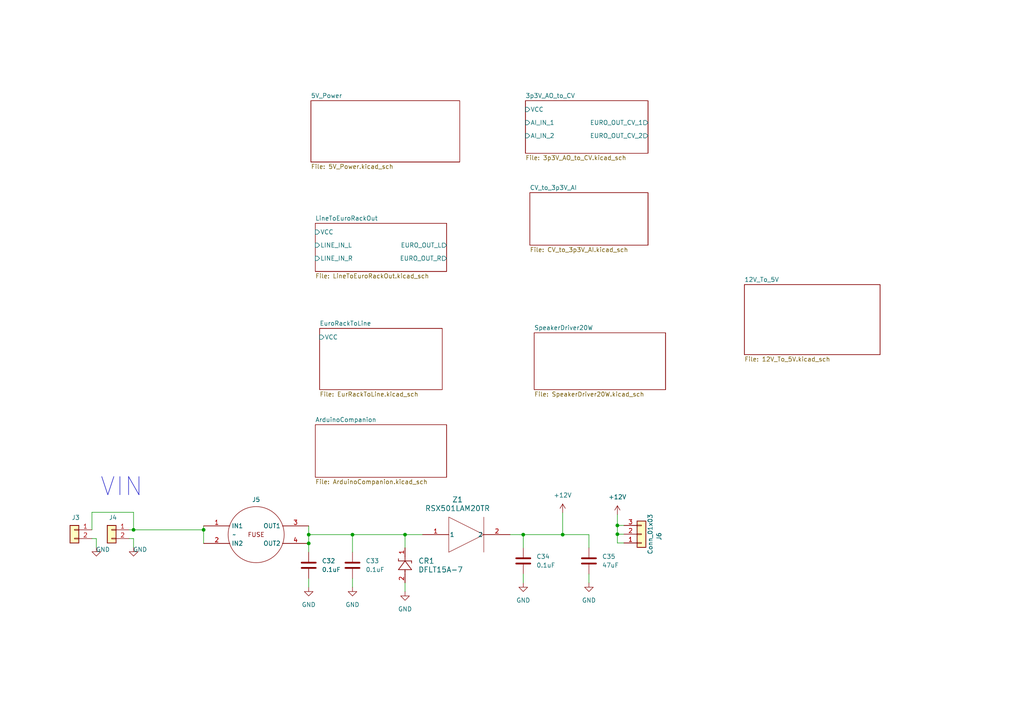
<source format=kicad_sch>
(kicad_sch (version 20230121) (generator eeschema)
  (paper "A4")
  (lib_symbols
    (symbol "2023-10-01_23-34-18:RSX501LAM20TR" (pin_names (offset 0.254))
      (property "Reference" "R56" (at 20.32 10.16 0))
      (property "Value" "RSX501LAM20TR" (at 20.32 7.62 0))
      (symbol "RSX501LAM20TR_0_1"
        (polyline (pts (xy 7.62 -5.08) (xy 17.78 0)) (stroke (width 0.127)))
        (polyline (pts (xy 7.62 5.08) (xy 7.62 -5.08)) (stroke (width 0.127)))
        (polyline (pts (xy 17.78 -5.08) (xy 17.78 5.08)) (stroke (width 0.127)))
        (polyline (pts (xy 17.78 0) (xy 7.62 5.08)) (stroke (width 0.127)))
        (pin unspecified line (at 0 0 0) (length 7.62) (name "1") (number "1"))
        (pin unspecified line (at 25.4 0 180) (length 7.62) (name "2") (number "2"))
      )
    )
    (symbol "2023-10-02_00-55-35:DFLT15A-7" (pin_names (offset 0.254))
      (property "Reference" "CR" (at 5.08 4.445 0))
      (property "Value" "DFLT15A-7" (at 5.08 -3.81 0))
      (symbol "DFLT15A-7_0_1"
        (polyline (pts (xy 2.54 0) (xy 3.4798 0)) (stroke (width 0.2032)))
        (polyline (pts (xy 3.175 0) (xy 3.81 0)) (stroke (width 0.2032)))
        (polyline (pts (xy 3.81 -1.905) (xy 6.35 0)) (stroke (width 0.2032)))
        (polyline (pts (xy 3.81 1.905) (xy 3.81 -1.905)) (stroke (width 0.2032)))
        (polyline (pts (xy 6.35 -1.905) (xy 5.715 -1.905)) (stroke (width 0.2032)))
        (polyline (pts (xy 6.35 -1.905) (xy 6.35 1.905)) (stroke (width 0.2032)))
        (polyline (pts (xy 6.35 0) (xy 3.81 1.905)) (stroke (width 0.2032)))
        (polyline (pts (xy 6.35 0) (xy 7.62 0)) (stroke (width 0.2032)))
        (polyline (pts (xy 6.35 1.905) (xy 6.985 1.905)) (stroke (width 0.2032)))
        (pin unspecified line (at 10.16 0 180) (length 2.54) (name "") (number "1"))
        (pin unspecified line (at 0 0 0) (length 2.54) (name "") (number "2"))
      )
    )
    (symbol "4ms_Connector:Conn_01x02" (pin_names (offset 1.016) hide)
      (property "Reference" "J" (at 0 2.54 0))
      (property "Value" "Conn_01x02" (at 0 -5.08 0))
      (symbol "Conn_01x02_1_1"
        (rectangle (start -1.27 -2.413) (end 0 -2.667) (stroke (width 0.1524)))
        (rectangle (start -1.27 0.127) (end 0 -0.127) (stroke (width 0.1524)))
        (rectangle (start -1.27 1.27) (end 1.27 -3.81) (stroke (width 0.254)) (fill (type background)))
        (pin passive line (at -5.08 0 0) (length 3.81) (name "Pin_1") (number "1"))
        (pin passive line (at -5.08 -2.54 0) (length 3.81) (name "Pin_2") (number "2"))
      )
    )
    (symbol "4ms_Connector:Conn_01x03" (pin_names (offset 1.016) hide)
      (property "Reference" "J" (at 0 5.08 0))
      (property "Value" "Conn_01x03" (at 0 -5.08 0))
      (symbol "Conn_01x03_1_1"
        (rectangle (start -1.27 -2.413) (end 0 -2.667) (stroke (width 0.1524)))
        (rectangle (start -1.27 0.127) (end 0 -0.127) (stroke (width 0.1524)))
        (rectangle (start -1.27 2.667) (end 0 2.413) (stroke (width 0.1524)))
        (rectangle (start -1.27 3.81) (end 1.27 -3.81) (stroke (width 0.254)) (fill (type background)))
        (pin passive line (at -5.08 2.54 0) (length 3.81) (name "Pin_1") (number "1"))
        (pin passive line (at -5.08 0 0) (length 3.81) (name "Pin_2") (number "2"))
        (pin passive line (at -5.08 -2.54 0) (length 3.81) (name "Pin_3") (number "3"))
      )
    )
    (symbol "4ms_Power-symbol:+12V" (power) (pin_names (offset 0))
      (property "Value" "+12V" (at 0 3.556 0))
      (symbol "+12V_0_1"
        (polyline (pts (xy -0.762 1.27) (xy 0 2.54)))
        (polyline (pts (xy 0 0) (xy 0 2.54)))
        (polyline (pts (xy 0 2.54) (xy 0.762 1.27)))
      )
      (symbol "+12V_1_1"
        (pin power_in line (at 0 0 90) (length 0) hide (name "+12V") (number "1"))
      )
    )
    (symbol "Device:C" (pin_numbers hide) (pin_names (offset 0.254))
      (property "Reference" "C" (at 0.635 2.54 0))
      (property "Value" "C" (at 0.635 -2.54 0))
      (symbol "C_0_1"
        (polyline (pts (xy -2.032 -0.762) (xy 2.032 -0.762)) (stroke (width 0.508)))
        (polyline (pts (xy -2.032 0.762) (xy 2.032 0.762)) (stroke (width 0.508)))
      )
      (symbol "C_1_1"
        (pin passive line (at 0 3.81 270) (length 2.794) (name "~") (number "1"))
        (pin passive line (at 0 -3.81 90) (length 2.794) (name "~") (number "2"))
      )
    )
    (symbol "Ultralibrarian_modified_symbols:BladeFuseHolder"
      (property "Reference" "J" (at 0 0 0))
      (symbol "BladeFuseHolder_0_1"
        (circle (center 6.35 0) (radius 8.132))
      )
      (symbol "BladeFuseHolder_1_1"
        (text "FUSE" (at 6.35 0 0) (effects (font (size 1.27 1.27))))
        (pin bidirectional line (at -8.89 2.54 0) (length 7.62) (name "IN1") (number "1"))
        (pin bidirectional line (at -8.89 -2.54 0) (length 7.62) (name "IN2") (number "2"))
        (pin bidirectional line (at 21.59 2.54 180) (length 7.62) (name "OUT1") (number "3"))
        (pin bidirectional line (at 21.59 -2.54 180) (length 7.62) (name "OUT2") (number "4"))
      )
    )
    (symbol "power:GND" (power) (pin_names (offset 0))
      (property "Value" "GND" (at 0 -3.81 0))
      (symbol "GND_0_1"
        (polyline (pts (xy 0 0) (xy 0 -1.27) (xy 1.27 -1.27) (xy 0 -2.54) (xy -1.27 -1.27) (xy 0 -1.27)))
      )
      (symbol "GND_1_1"
        (pin power_in line (at 0 0 270) (length 0) hide (name "GND") (number "1"))
      )
    )
  )
  (junction (at 38.735 153.67))
  (junction (at 102.235 155.067))
  (junction (at 179.07 152.4))
  (junction (at 59.055 153.67))
  (junction (at 151.765 155.067))
  (junction (at 89.535 157.607))
  (junction (at 163.195 155.067))
  (junction (at 179.07 154.94))
  (junction (at 117.475 155.067))
  (junction (at 89.535 155.067))
  (wire (pts (xy 38.735 153.67) (xy 59.055 153.67)))
  (wire (pts (xy 26.67 153.67) (xy 26.67 148.59)))
  (wire (pts (xy 102.235 167.767) (xy 102.235 170.307)))
  (wire (pts (xy 89.535 155.067) (xy 89.535 157.607)))
  (wire (pts (xy 117.475 169.037) (xy 117.475 171.577)))
  (wire (pts (xy 163.195 155.067) (xy 170.815 155.067)))
  (wire (pts (xy 37.465 153.67) (xy 38.735 153.67)))
  (wire (pts (xy 27.94 156.21) (xy 27.94 158.75)))
  (wire (pts (xy 179.07 152.4) (xy 179.07 154.94)))
  (wire (pts (xy 27.94 156.21) (xy 26.67 156.21)))
  (wire (pts (xy 179.07 154.94) (xy 180.975 154.94)))
  (wire (pts (xy 89.535 152.527) (xy 89.535 155.067)))
  (wire (pts (xy 179.07 154.94) (xy 179.07 157.48)))
  (wire (pts (xy 59.055 153.67) (xy 59.055 157.607)))
  (wire (pts (xy 147.955 155.067) (xy 151.765 155.067)))
  (wire (pts (xy 26.67 148.59) (xy 38.735 148.59)))
  (wire (pts (xy 151.765 155.067) (xy 151.765 158.877)))
  (wire (pts (xy 122.555 155.067) (xy 117.475 155.067)))
  (wire (pts (xy 170.815 166.497) (xy 170.815 169.037)))
  (wire (pts (xy 151.765 166.497) (xy 151.765 169.037)))
  (wire (pts (xy 38.735 156.21) (xy 37.465 156.21)))
  (wire (pts (xy 117.475 155.067) (xy 102.235 155.067)))
  (wire (pts (xy 38.735 148.59) (xy 38.735 153.67)))
  (wire (pts (xy 38.735 156.21) (xy 38.735 158.75)))
  (wire (pts (xy 151.765 155.067) (xy 163.195 155.067)))
  (wire (pts (xy 59.055 152.527) (xy 59.055 153.67)))
  (wire (pts (xy 179.07 152.4) (xy 180.975 152.4)))
  (wire (pts (xy 89.535 155.067) (xy 102.235 155.067)))
  (wire (pts (xy 102.235 155.067) (xy 102.235 160.147)))
  (wire (pts (xy 179.07 157.48) (xy 180.975 157.48)))
  (wire (pts (xy 163.195 148.717) (xy 163.195 155.067)))
  (wire (pts (xy 117.475 155.067) (xy 117.475 158.877)))
  (wire (pts (xy 179.07 149.225) (xy 179.07 152.4)))
  (wire (pts (xy 89.535 157.607) (xy 89.535 160.147)))
  (wire (pts (xy 170.815 155.067) (xy 170.815 158.877)))
  (wire (pts (xy 89.535 167.767) (xy 89.535 170.307)))
  (text "VIN" (at 41.656 144.399 0) (effects (font (size 5.27 5.27)) (justify right bottom)))
  (symbol (lib_id "Device:C") (at 170.815 162.687 0) (unit 1)
    (property "Reference" "C35" (at 174.625 161.417 0) (effects (justify left)))
    (property "Value" "47uF" (at 174.625 163.957 0) (effects (justify left)))
    (property "Footprint" "Capacitor_SMD:C_0805_2012Metric" (effects hide))
  )
  (symbol (lib_id "power:GND") (at 38.735 158.75 0) (unit 1)
    (property "Reference" "#PWR043" (effects hide))
    (property "Value" "GND" (at 40.64 159.385 0))
  )
  (symbol (lib_id "4ms_Connector:Conn_01x02") (at 32.385 153.67 0) (mirror y) (unit 1)
    (property "Reference" "J4" (at 32.766 150.114 0))
    (property "Value" "Conn_01x02" (effects hide))
    (property "Footprint" "1x2FemaleVertical:PinHeader_1x02_P2.54mm_VerticalFemale" (effects hide))
    (property "Specifications" "Pins_01x02, Header, Male Pins, 1*2, spacing 2.54mm, straight pin" (effects hide))
    (property "Manufacturer" "TAD" (effects hide))
    (property "Part Number" "1-0201FBV0T" (effects hide))
  )
  (symbol (lib_id "4ms_Power-symbol:+12V") (at 163.195 148.717 0) (unit 1)
    (property "Reference" "#PWR048" (effects hide))
    (property "Value" "+12V" (at 163.195 143.637 0))
  )
  (symbol (lib_id "power:GND") (at 151.765 169.037 0) (unit 1)
    (property "Reference" "#PWR047" (effects hide))
    (property "Value" "GND" (at 151.765 174.117 0))
  )
  (symbol (lib_id "4ms_Connector:Conn_01x03") (at 186.055 154.94 0) (mirror x) (unit 1)
    (property "Reference" "J6" (at 191.135 155.575 90))
    (property "Value" "Conn_01x03" (at 188.595 154.94 90))
    (property "Footprint" "Ultralibrarian:PinHeader_1x03_P2.54mm_Vertical_Female" (effects hide))
    (property "Specifications" "HEADER 1x3 MALE PINS 0.100” 180deg" (effects hide))
    (property "Manufacturer" "TAD" (effects hide))
    (property "Part Number" "1-0301FBV0T" (effects hide))
  )
  (symbol (lib_id "power:GND") (at 117.475 171.577 0) (unit 1)
    (property "Reference" "#PWR046" (effects hide))
    (property "Value" "GND" (at 117.475 176.657 0))
  )
  (symbol (lib_id "power:GND") (at 170.815 169.037 0) (unit 1)
    (property "Reference" "#PWR049" (effects hide))
    (property "Value" "GND" (at 170.815 174.117 0))
  )
  (symbol (lib_id "4ms_Power-symbol:+12V") (at 179.07 149.225 0) (unit 1)
    (property "Reference" "#PWR050" (effects hide))
    (property "Value" "+12V" (at 179.07 144.145 0))
  )
  (symbol (lib_id "2023-10-02_00-55-35:DFLT15A-7") (at 117.475 169.037 90) (unit 1)
    (property "Reference" "CR1" (at 121.285 162.687 90) (effects (font (size 1.524 1.524)) (justify right)))
    (property "Value" "DFLT15A-7" (at 121.285 165.227 90) (effects (font (size 1.524 1.524)) (justify right)))
    (property "Footprint" "ZDO_POWERDI123_DIO" (effects hide))
    (property "Datasheet" "DFLT15A-7" (effects hide))
  )
  (symbol (lib_id "Ultralibrarian_modified_symbols:BladeFuseHolder") (at 67.945 155.067 0) (unit 1)
    (property "Reference" "J5" (at 74.295 144.907 0))
    (property "Value" "~" (at 67.945 155.067 0))
    (property "Footprint" "Ultralibrarian:BladeFuseHolder" (effects hide))
  )
  (symbol (lib_id "4ms_Connector:Conn_01x02") (at 21.59 153.67 0) (mirror y) (unit 1)
    (property "Reference" "J3" (at 21.971 150.114 0))
    (property "Value" "Conn_01x02" (effects hide))
    (property "Footprint" "1x2FemaleVertical:PinHeader_1x02_P2.54mm_VerticalFemale" (effects hide))
    (property "Specifications" "Pins_01x02, Header, Male Pins, 1*2, spacing 2.54mm, straight pin" (effects hide))
    (property "Manufacturer" "TAD" (effects hide))
    (property "Part Number" "1-0201FBV0T" (effects hide))
  )
  (symbol (lib_id "Device:C") (at 102.235 163.957 0) (unit 1)
    (property "Reference" "C33" (at 106.045 162.687 0) (effects (justify left)))
    (property "Value" "0.1uF" (at 106.045 165.227 0) (effects (justify left)))
    (property "Footprint" "Capacitor_SMD:C_0402_1005Metric" (effects hide))
  )
  (symbol (lib_id "power:GND") (at 89.535 170.307 0) (unit 1)
    (property "Reference" "#PWR044" (effects hide))
    (property "Value" "GND" (at 89.535 175.387 0))
  )
  (symbol (lib_id "power:GND") (at 27.94 158.75 0) (unit 1)
    (property "Reference" "#PWR042" (effects hide))
    (property "Value" "GND" (at 29.845 159.385 0))
  )
  (symbol (lib_id "2023-10-01_23-34-18:RSX501LAM20TR") (at 122.555 155.067 0) (unit 1)
    (property "Reference" "Z1" (at 132.715 144.907 0) (effects (font (size 1.524 1.524))))
    (property "Value" "RSX501LAM20TR" (at 132.715 147.447 0) (effects (font (size 1.524 1.524))))
    (property "Footprint" "DIO_RB050LAM_ROM" (effects hide))
    (property "Datasheet" "RSX501LAM20TR" (effects hide))
  )
  (symbol (lib_id "Device:C") (at 89.535 163.957 0) (unit 1)
    (property "Reference" "C32" (at 93.345 162.687 0) (effects (justify left)))
    (property "Value" "0.1uF" (at 93.345 165.227 0) (effects (justify left)))
    (property "Footprint" "Capacitor_SMD:C_0402_1005Metric" (effects hide))
  )
  (symbol (lib_id "power:GND") (at 102.235 170.307 0) (unit 1)
    (property "Reference" "#PWR045" (effects hide))
    (property "Value" "GND" (at 102.235 175.387 0))
  )
  (symbol (lib_id "Device:C") (at 151.765 162.687 0) (unit 1)
    (property "Reference" "C34" (at 155.575 161.417 0) (effects (justify left)))
    (property "Value" "0.1uF" (at 155.575 163.957 0) (effects (justify left)))
    (property "Footprint" "Capacitor_SMD:C_0402_1005Metric" (effects hide))
  )
  (sheet (at 154.94 96.52) (size 38.1 16.51) (stroke (width 0.1524))
    (property "Sheetname" "SpeakerDriver20W" (at 154.94 95.8084 0) (effects (justify left bottom)))
    (property "Sheetfile" "SpeakerDriver20W.kicad_sch" (at 154.94 113.6146 0) (effects (justify left top)))
  )
  (sheet (at 91.44 64.77) (size 38.1 13.97) (stroke (width 0.1524))
    (property "Sheetname" "LineToEuroRackOut" (at 91.44 64.0584 0) (effects (justify left bottom)))
    (property "Sheetfile" "LineToEuroRackOut.kicad_sch" (at 91.44 79.3246 0) (effects (justify left top)))
    (pin "VCC" input (at 91.44 67.31 180))
    (pin "EURO_OUT_R" output (at 129.54 74.93 0))
    (pin "LINE_IN_L" input (at 91.44 71.12 180))
    (pin "LINE_IN_R" input (at 91.44 74.93 180))
    (pin "EURO_OUT_L" output (at 129.54 71.12 0))
  )
  (sheet (at 153.67 55.88) (size 34.29 15.24) (stroke (width 0.1524))
    (property "Sheetname" "CV_to_3p3V_AI" (at 153.67 55.1684 0) (effects (justify left bottom)))
    (property "Sheetfile" "CV_to_3p3V_AI.kicad_sch" (at 153.67 71.7046 0) (effects (justify left top)))
  )
  (sheet (at 152.4 29.21) (size 35.56 15.24) (stroke (width 0.1524))
    (property "Sheetname" "3p3V_AO_to_CV" (at 152.4 28.4984 0) (effects (justify left bottom)))
    (property "Sheetfile" "3p3V_AO_to_CV.kicad_sch" (at 152.4 45.0346 0) (effects (justify left top)))
    (pin "EURO_OUT_CV_1" output (at 187.96 35.56 0))
    (pin "EURO_OUT_CV_2" output (at 187.96 39.37 0))
    (pin "VCC" input (at 152.4 31.75 180))
    (pin "AI_IN_1" input (at 152.4 35.56 180))
    (pin "AI_IN_2" input (at 152.4 39.37 180))
  )
  (sheet (at 92.71 95.25) (size 35.56 17.78) (stroke (width 0.1524))
    (property "Sheetname" "EuroRackToLine" (at 92.71 94.5384 0) (effects (justify left bottom)))
    (property "Sheetfile" "EurRackToLine.kicad_sch" (at 92.71 113.6146 0) (effects (justify left top)))
    (pin "VCC" input (at 92.71 97.79 180))
  )
  (sheet (at 90.17 29.21) (size 43.18 17.78) (stroke (width 0.1524))
    (property "Sheetname" "5V_Power" (at 90.17 28.4984 0) (effects (justify left bottom)))
    (property "Sheetfile" "5V_Power.kicad_sch" (at 90.17 47.5746 0) (effects (justify left top)))
  )
  (sheet (at 91.44 123.19) (size 38.1 15.24) (stroke (width 0.1524))
    (property "Sheetname" "ArduinoCompanion" (at 91.44 122.4784 0) (effects (justify left bottom)))
    (property "Sheetfile" "ArduinoCompanion.kicad_sch" (at 91.44 139.0146 0) (effects (justify left top)))
  )
  (sheet (at 215.9 82.55) (size 39.37 20.32) (stroke (width 0.1524))
    (property "Sheetname" "12V_To_5V" (at 215.9 81.8384 0) (effects (justify left bottom)))
    (property "Sheetfile" "12V_To_5V.kicad_sch" (at 215.9 103.4546 0) (effects (justify left top)))
  )
)
</source>
